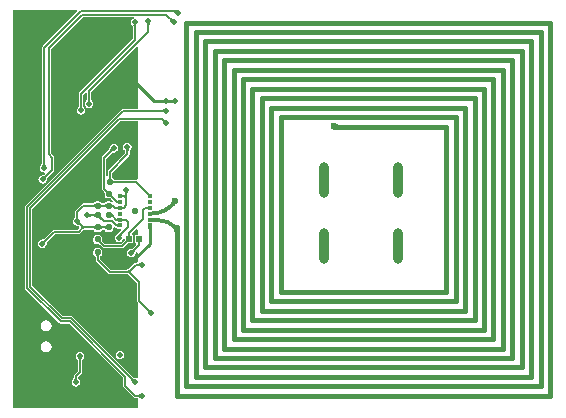
<source format=gbl>
G04*
G04 #@! TF.GenerationSoftware,Altium Limited,Altium Designer,20.0.13 (296)*
G04*
G04 Layer_Physical_Order=2*
G04 Layer_Color=16711680*
%FSLAX25Y25*%
%MOIN*%
G70*
G01*
G75*
%ADD11C,0.00600*%
%ADD15C,0.01000*%
G04:AMPARAMS|DCode=24|XSize=20mil|YSize=20mil|CornerRadius=5mil|HoleSize=0mil|Usage=FLASHONLY|Rotation=270.000|XOffset=0mil|YOffset=0mil|HoleType=Round|Shape=RoundedRectangle|*
%AMROUNDEDRECTD24*
21,1,0.02000,0.01000,0,0,270.0*
21,1,0.01000,0.02000,0,0,270.0*
1,1,0.01000,-0.00500,-0.00500*
1,1,0.01000,-0.00500,0.00500*
1,1,0.01000,0.00500,0.00500*
1,1,0.01000,0.00500,-0.00500*
%
%ADD24ROUNDEDRECTD24*%
G04:AMPARAMS|DCode=27|XSize=20mil|YSize=20mil|CornerRadius=5mil|HoleSize=0mil|Usage=FLASHONLY|Rotation=180.000|XOffset=0mil|YOffset=0mil|HoleType=Round|Shape=RoundedRectangle|*
%AMROUNDEDRECTD27*
21,1,0.02000,0.01000,0,0,180.0*
21,1,0.01000,0.02000,0,0,180.0*
1,1,0.01000,-0.00500,0.00500*
1,1,0.01000,0.00500,0.00500*
1,1,0.01000,0.00500,-0.00500*
1,1,0.01000,-0.00500,-0.00500*
%
%ADD27ROUNDEDRECTD27*%
%ADD45O,0.03150X0.11811*%
%ADD46C,0.01575*%
%ADD47C,0.01400*%
%ADD48C,0.02000*%
%ADD49C,0.02362*%
G04:AMPARAMS|DCode=50|XSize=16.54mil|YSize=13.78mil|CornerRadius=3.45mil|HoleSize=0mil|Usage=FLASHONLY|Rotation=0.000|XOffset=0mil|YOffset=0mil|HoleType=Round|Shape=RoundedRectangle|*
%AMROUNDEDRECTD50*
21,1,0.01654,0.00689,0,0,0.0*
21,1,0.00965,0.01378,0,0,0.0*
1,1,0.00689,0.00482,-0.00345*
1,1,0.00689,-0.00482,-0.00345*
1,1,0.00689,-0.00482,0.00345*
1,1,0.00689,0.00482,0.00345*
%
%ADD50ROUNDEDRECTD50*%
%ADD51R,0.01968X0.01968*%
G36*
X55542Y133487D02*
X54700Y132500D01*
X54695Y132576D01*
X54679Y132644D01*
X54654Y132704D01*
X54617Y132756D01*
X54571Y132800D01*
X54514Y132836D01*
X54447Y132864D01*
X54369Y132884D01*
X54282Y132896D01*
X54184Y132900D01*
X54386Y133500D01*
X55542Y133487D01*
D02*
G37*
G36*
X53479Y130685D02*
X53550Y130632D01*
X53625Y130585D01*
X53706Y130544D01*
X53791Y130509D01*
X53881Y130482D01*
X53976Y130460D01*
X54076Y130445D01*
X54180Y130437D01*
X54290Y130435D01*
X53300Y129445D01*
X53298Y129554D01*
X53289Y129659D01*
X53274Y129759D01*
X53253Y129854D01*
X53225Y129944D01*
X53191Y130029D01*
X53150Y130109D01*
X53103Y130185D01*
X53049Y130256D01*
X52989Y130321D01*
X53413Y130746D01*
X53479Y130685D01*
D02*
G37*
G36*
X46524Y129107D02*
X46456Y129027D01*
X46396Y128946D01*
X46344Y128863D01*
X46300Y128780D01*
X46264Y128695D01*
X46236Y128610D01*
X46216Y128523D01*
X46204Y128435D01*
X46200Y128346D01*
X45600D01*
X45596Y128435D01*
X45584Y128523D01*
X45564Y128610D01*
X45536Y128695D01*
X45500Y128780D01*
X45456Y128863D01*
X45404Y128946D01*
X45344Y129027D01*
X45276Y129107D01*
X45200Y129186D01*
X46600D01*
X46524Y129107D01*
D02*
G37*
G36*
X42024Y128641D02*
X41956Y128561D01*
X41896Y128480D01*
X41844Y128398D01*
X41800Y128314D01*
X41764Y128230D01*
X41736Y128144D01*
X41716Y128058D01*
X41704Y127970D01*
X41700Y127881D01*
X41100D01*
X41096Y127970D01*
X41084Y128058D01*
X41064Y128144D01*
X41036Y128230D01*
X41000Y128314D01*
X40956Y128398D01*
X40904Y128480D01*
X40844Y128561D01*
X40776Y128641D01*
X40700Y128720D01*
X42100D01*
X42024Y128641D01*
D02*
G37*
G36*
X26404Y103865D02*
X26416Y103777D01*
X26436Y103690D01*
X26464Y103605D01*
X26500Y103520D01*
X26544Y103437D01*
X26596Y103354D01*
X26656Y103273D01*
X26724Y103193D01*
X26800Y103114D01*
X25400D01*
X25476Y103193D01*
X25544Y103273D01*
X25604Y103354D01*
X25656Y103437D01*
X25700Y103520D01*
X25736Y103605D01*
X25764Y103690D01*
X25784Y103777D01*
X25796Y103865D01*
X25800Y103954D01*
X26400D01*
X26404Y103865D01*
D02*
G37*
G36*
X54086Y102400D02*
X54043Y102438D01*
X53993Y102472D01*
X53936Y102502D01*
X53872Y102528D01*
X53800Y102550D01*
X53721Y102568D01*
X53635Y102582D01*
X53542Y102592D01*
X53334Y102600D01*
Y103600D01*
X53442Y103602D01*
X53635Y103618D01*
X53721Y103632D01*
X53800Y103650D01*
X53872Y103672D01*
X53936Y103698D01*
X53993Y103728D01*
X54043Y103762D01*
X54086Y103800D01*
Y102400D01*
D02*
G37*
G36*
X52557Y103762D02*
X52607Y103728D01*
X52664Y103698D01*
X52728Y103672D01*
X52800Y103650D01*
X52879Y103632D01*
X52965Y103618D01*
X53058Y103608D01*
X53266Y103600D01*
Y102600D01*
X53158Y102598D01*
X52965Y102582D01*
X52879Y102568D01*
X52800Y102550D01*
X52728Y102528D01*
X52664Y102502D01*
X52607Y102472D01*
X52557Y102438D01*
X52514Y102400D01*
Y103800D01*
X52557Y103762D01*
D02*
G37*
G36*
X51086Y102400D02*
X51043Y102438D01*
X50993Y102472D01*
X50936Y102502D01*
X50871Y102528D01*
X50800Y102550D01*
X50721Y102568D01*
X50635Y102582D01*
X50542Y102592D01*
X50334Y102600D01*
Y103600D01*
X50442Y103602D01*
X50635Y103618D01*
X50721Y103632D01*
X50800Y103650D01*
X50871Y103672D01*
X50936Y103698D01*
X50993Y103728D01*
X51043Y103762D01*
X51086Y103800D01*
Y102400D01*
D02*
G37*
G36*
X23704Y101565D02*
X23716Y101477D01*
X23736Y101390D01*
X23764Y101305D01*
X23800Y101220D01*
X23844Y101137D01*
X23896Y101054D01*
X23956Y100973D01*
X24024Y100893D01*
X24100Y100814D01*
X22700D01*
X22776Y100893D01*
X22844Y100973D01*
X22904Y101054D01*
X22956Y101137D01*
X23000Y101220D01*
X23036Y101305D01*
X23064Y101390D01*
X23084Y101477D01*
X23096Y101565D01*
X23100Y101654D01*
X23700D01*
X23704Y101565D01*
D02*
G37*
G36*
X51086Y99300D02*
X51007Y99376D01*
X50927Y99444D01*
X50846Y99504D01*
X50763Y99556D01*
X50680Y99600D01*
X50595Y99636D01*
X50510Y99664D01*
X50423Y99684D01*
X50335Y99696D01*
X50246Y99700D01*
Y100300D01*
X50335Y100304D01*
X50423Y100316D01*
X50510Y100336D01*
X50595Y100364D01*
X50680Y100400D01*
X50763Y100444D01*
X50846Y100496D01*
X50927Y100556D01*
X51007Y100624D01*
X51086Y100700D01*
Y99300D01*
D02*
G37*
G36*
X50979Y97151D02*
X51050Y97097D01*
X51125Y97050D01*
X51206Y97009D01*
X51291Y96975D01*
X51381Y96947D01*
X51476Y96926D01*
X51576Y96911D01*
X51680Y96902D01*
X51790Y96900D01*
X50800Y95910D01*
X50798Y96020D01*
X50789Y96124D01*
X50774Y96224D01*
X50753Y96319D01*
X50725Y96409D01*
X50691Y96494D01*
X50650Y96575D01*
X50603Y96650D01*
X50549Y96721D01*
X50489Y96787D01*
X50913Y97211D01*
X50979Y97151D01*
D02*
G37*
G36*
X108503Y95594D02*
X108532Y95585D01*
X108574Y95577D01*
X108630Y95570D01*
X108876Y95556D01*
X109240Y95551D01*
X109155Y93976D01*
X108421Y93951D01*
X108487Y95603D01*
X108503Y95594D01*
D02*
G37*
G36*
X34219Y86503D02*
X34112Y86509D01*
X34009Y86506D01*
X33911Y86497D01*
X33817Y86480D01*
X33728Y86456D01*
X33643Y86424D01*
X33563Y86386D01*
X33487Y86340D01*
X33416Y86286D01*
X33350Y86225D01*
X32957Y86681D01*
X33016Y86746D01*
X33070Y86816D01*
X33118Y86891D01*
X33161Y86971D01*
X33198Y87056D01*
X33230Y87147D01*
X33256Y87243D01*
X33277Y87343D01*
X33292Y87450D01*
X33302Y87561D01*
X34219Y86503D01*
D02*
G37*
G36*
X39524Y87107D02*
X39456Y87027D01*
X39396Y86946D01*
X39344Y86863D01*
X39300Y86780D01*
X39264Y86695D01*
X39236Y86610D01*
X39216Y86523D01*
X39204Y86435D01*
X39200Y86346D01*
X38600D01*
X38596Y86435D01*
X38584Y86523D01*
X38564Y86610D01*
X38536Y86695D01*
X38500Y86780D01*
X38456Y86863D01*
X38404Y86946D01*
X38344Y87027D01*
X38276Y87107D01*
X38200Y87186D01*
X39600D01*
X39524Y87107D01*
D02*
G37*
G36*
X11402Y82365D02*
X11414Y82277D01*
X11434Y82190D01*
X11462Y82105D01*
X11498Y82020D01*
X11542Y81937D01*
X11594Y81854D01*
X11654Y81773D01*
X11722Y81693D01*
X11798Y81614D01*
X10398D01*
X10474Y81693D01*
X10542Y81773D01*
X10602Y81854D01*
X10654Y81937D01*
X10698Y82020D01*
X10734Y82105D01*
X10762Y82190D01*
X10782Y82277D01*
X10794Y82365D01*
X10798Y82454D01*
X11398D01*
X11402Y82365D01*
D02*
G37*
G36*
X33303Y77777D02*
X33312Y77670D01*
X33327Y77575D01*
X33348Y77493D01*
X33374Y77424D01*
X33407Y77367D01*
X33446Y77323D01*
X33490Y77291D01*
X33541Y77272D01*
X33598Y77266D01*
X32402D01*
X32459Y77272D01*
X32509Y77291D01*
X32554Y77323D01*
X32593Y77367D01*
X32626Y77424D01*
X32652Y77493D01*
X32673Y77575D01*
X32688Y77670D01*
X32697Y77777D01*
X32700Y77898D01*
X33300D01*
X33303Y77777D01*
D02*
G37*
G36*
X11911Y77987D02*
X11851Y77921D01*
X11797Y77850D01*
X11750Y77775D01*
X11709Y77694D01*
X11675Y77609D01*
X11647Y77519D01*
X11626Y77424D01*
X11611Y77324D01*
X11602Y77220D01*
X11600Y77110D01*
X10610Y78100D01*
X10720Y78102D01*
X10824Y78111D01*
X10924Y78126D01*
X11019Y78147D01*
X11109Y78175D01*
X11194Y78209D01*
X11275Y78250D01*
X11350Y78297D01*
X11421Y78351D01*
X11487Y78411D01*
X11911Y77987D01*
D02*
G37*
G36*
X42300Y77382D02*
X42271Y77331D01*
X41800Y77010D01*
X41782Y77014D01*
X34651D01*
X34608Y77033D01*
X34501Y77035D01*
X34422Y77042D01*
X34368Y77051D01*
X34348Y77151D01*
X34149Y77449D01*
X33851Y77648D01*
X33751Y77668D01*
X33742Y77722D01*
X33735Y77801D01*
X33733Y77908D01*
X33714Y77951D01*
Y79404D01*
X39405Y85095D01*
X39559Y85327D01*
X39614Y85600D01*
Y86286D01*
X39632Y86327D01*
X39636Y86396D01*
X39642Y86445D01*
X39654Y86494D01*
X39670Y86543D01*
X39691Y86594D01*
X39719Y86646D01*
X39754Y86701D01*
X39796Y86758D01*
X39845Y86816D01*
X39912Y86886D01*
X39920Y86907D01*
X40219Y87354D01*
X40327Y87900D01*
X40219Y88446D01*
X39909Y88909D01*
X39446Y89219D01*
X38900Y89327D01*
X38354Y89219D01*
X37891Y88909D01*
X37581Y88446D01*
X37473Y87900D01*
X37581Y87354D01*
X37880Y86907D01*
X37888Y86886D01*
X37955Y86816D01*
X38004Y86758D01*
X38046Y86701D01*
X38081Y86646D01*
X38109Y86594D01*
X38130Y86543D01*
X38146Y86494D01*
X38158Y86445D01*
X38164Y86396D01*
X38168Y86327D01*
X38186Y86286D01*
Y85896D01*
X32495Y80205D01*
X32341Y79973D01*
X32286Y79700D01*
Y78185D01*
X32264Y78155D01*
X32226Y78134D01*
X31726Y78433D01*
Y84017D01*
X33594Y85885D01*
X33632Y85897D01*
X33635Y85903D01*
X33641Y85905D01*
X33693Y85952D01*
X33731Y85981D01*
X33771Y86005D01*
X33813Y86026D01*
X33860Y86043D01*
X33912Y86057D01*
X33970Y86068D01*
X34035Y86074D01*
X34106Y86075D01*
X34198Y86071D01*
X34238Y86085D01*
X34300Y86073D01*
X34846Y86181D01*
X35309Y86491D01*
X35619Y86954D01*
X35727Y87500D01*
X35619Y88046D01*
X35309Y88509D01*
X34846Y88819D01*
X34300Y88927D01*
X33754Y88819D01*
X33291Y88509D01*
X32981Y88046D01*
X32906Y87665D01*
X32871Y87598D01*
X32862Y87499D01*
X32850Y87418D01*
X32835Y87343D01*
X32816Y87276D01*
X32795Y87215D01*
X32771Y87160D01*
X32745Y87110D01*
X32716Y87065D01*
X32685Y87025D01*
X32638Y86974D01*
X32623Y86932D01*
X30508Y84817D01*
X30353Y84585D01*
X30299Y84312D01*
Y74088D01*
X30353Y73815D01*
X30508Y73583D01*
X30957Y73133D01*
X30973Y73091D01*
X31181Y72867D01*
X31247Y72785D01*
X31282Y72734D01*
Y72551D01*
X31282Y72549D01*
X31282Y72547D01*
Y71900D01*
X31352Y71549D01*
X31551Y71251D01*
X31849Y71052D01*
X32200Y70982D01*
X32847D01*
X32849Y70982D01*
X32851Y70982D01*
X33035D01*
X33081Y70950D01*
X33273Y70787D01*
X33385Y70679D01*
X33429Y70661D01*
X34125Y69966D01*
X33806Y69577D01*
X33551Y69748D01*
X33200Y69818D01*
X32200D01*
X31849Y69748D01*
X31551Y69549D01*
X31352Y69251D01*
X31332Y69151D01*
X31278Y69142D01*
X31199Y69135D01*
X31092Y69133D01*
X31049Y69114D01*
X30651D01*
X30608Y69133D01*
X30501Y69135D01*
X30422Y69142D01*
X30368Y69151D01*
X30348Y69251D01*
X30149Y69549D01*
X29851Y69748D01*
X29500Y69818D01*
X28500D01*
X28149Y69748D01*
X27851Y69549D01*
X27652Y69251D01*
X27632Y69151D01*
X27578Y69142D01*
X27499Y69135D01*
X27392Y69133D01*
X27349Y69114D01*
X24200D01*
X23927Y69059D01*
X23695Y68905D01*
X21595Y66805D01*
X21441Y66573D01*
X21386Y66300D01*
Y64714D01*
X21368Y64673D01*
X21364Y64604D01*
X21358Y64555D01*
X21346Y64506D01*
X21330Y64457D01*
X21309Y64406D01*
X21281Y64354D01*
X21246Y64299D01*
X21204Y64242D01*
X21155Y64184D01*
X21088Y64114D01*
X21080Y64093D01*
X20781Y63646D01*
X20673Y63100D01*
X20781Y62554D01*
X21091Y62091D01*
X21554Y61781D01*
X22080Y61677D01*
X22102Y61667D01*
X22198Y61665D01*
X22274Y61659D01*
X22344Y61649D01*
X22407Y61634D01*
X22464Y61617D01*
X22515Y61596D01*
X22562Y61573D01*
X22604Y61546D01*
X22643Y61516D01*
X22695Y61470D01*
X22720Y61460D01*
X22767Y61398D01*
X22807Y61329D01*
X22816Y61275D01*
Y60850D01*
X22362Y60396D01*
X14482D01*
X14209Y60342D01*
X13978Y60187D01*
X11136Y57346D01*
X11095Y57331D01*
X11043Y57284D01*
X11004Y57254D01*
X10962Y57227D01*
X10915Y57204D01*
X10864Y57183D01*
X10807Y57166D01*
X10744Y57151D01*
X10674Y57141D01*
X10598Y57135D01*
X10502Y57133D01*
X10480Y57124D01*
X9954Y57019D01*
X9491Y56709D01*
X9181Y56246D01*
X9073Y55700D01*
X9181Y55154D01*
X9491Y54691D01*
X9954Y54381D01*
X10500Y54273D01*
X11046Y54381D01*
X11509Y54691D01*
X11819Y55154D01*
X11924Y55680D01*
X11933Y55702D01*
X11935Y55798D01*
X11941Y55875D01*
X11951Y55944D01*
X11966Y56007D01*
X11983Y56064D01*
X12004Y56115D01*
X12027Y56162D01*
X12054Y56204D01*
X12084Y56243D01*
X12130Y56295D01*
X12146Y56336D01*
X14778Y58969D01*
X22658D01*
X22931Y59023D01*
X23163Y59178D01*
X24040Y60055D01*
X24083Y60071D01*
X24157Y60141D01*
X24222Y60192D01*
X24287Y60237D01*
X24353Y60274D01*
X24422Y60306D01*
X24492Y60332D01*
X24566Y60352D01*
X24644Y60367D01*
X24725Y60376D01*
X24827Y60380D01*
X24869Y60399D01*
X27349D01*
X27392Y60379D01*
X27499Y60377D01*
X27578Y60370D01*
X27632Y60362D01*
X27652Y60261D01*
X27851Y59963D01*
X28149Y59764D01*
X28500Y59695D01*
X29500D01*
X29851Y59764D01*
X30149Y59963D01*
X30348Y60261D01*
X30365Y60349D01*
X30421Y60358D01*
X30501Y60365D01*
X30608Y60367D01*
X30651Y60386D01*
X31049D01*
X31092Y60367D01*
X31199Y60365D01*
X31278Y60358D01*
X31332Y60350D01*
X31352Y60249D01*
X31551Y59951D01*
X31849Y59752D01*
X32200Y59682D01*
X33200D01*
X33551Y59752D01*
X33849Y59951D01*
X34048Y60249D01*
X34118Y60600D01*
Y61082D01*
X34618Y61289D01*
X34632Y61274D01*
X34864Y61119D01*
X35041Y61084D01*
X35128Y61046D01*
X35248Y61043D01*
X35341Y61037D01*
X35414Y61027D01*
X35437Y61022D01*
X35518Y60901D01*
X35519Y60898D01*
X35520Y60898D01*
X35520Y60897D01*
X35553Y60875D01*
X35562Y60861D01*
X35584Y60855D01*
X35767Y60733D01*
X36057Y60675D01*
X36759D01*
X36966Y60175D01*
X36250Y59459D01*
X36208Y59444D01*
X36098Y59344D01*
X36052Y59307D01*
X35923Y59218D01*
X35862Y59180D01*
X35612Y59047D01*
X35522Y59005D01*
X35521Y59004D01*
X35520Y59004D01*
X35480Y58960D01*
X35105Y58709D01*
X34795Y58246D01*
X34687Y57700D01*
X34795Y57154D01*
X35105Y56691D01*
X35568Y56381D01*
X36114Y56273D01*
X36661Y56381D01*
X37124Y56691D01*
X37422Y57137D01*
X37524Y57159D01*
X37948Y57182D01*
X37995Y57076D01*
X38016Y57026D01*
Y56910D01*
X38010Y56901D01*
X37965Y56836D01*
X37801Y56641D01*
X37692Y56529D01*
X37674Y56484D01*
X36904Y55714D01*
X31396D01*
X30743Y56367D01*
X30727Y56409D01*
X30519Y56633D01*
X30453Y56715D01*
X30418Y56766D01*
Y56949D01*
X30419Y56951D01*
X30418Y56953D01*
Y57600D01*
X30348Y57951D01*
X30149Y58249D01*
X29851Y58448D01*
X29500Y58518D01*
X28500D01*
X28149Y58448D01*
X27851Y58249D01*
X27652Y57951D01*
X27582Y57600D01*
Y56600D01*
X27652Y56249D01*
X27851Y55951D01*
X28149Y55752D01*
X28500Y55682D01*
X29147D01*
X29149Y55682D01*
X29151Y55682D01*
X29335D01*
X29381Y55650D01*
X29573Y55487D01*
X29685Y55379D01*
X29729Y55361D01*
X30595Y54495D01*
X30827Y54341D01*
X31100Y54286D01*
X37200D01*
X37473Y54341D01*
X37705Y54495D01*
X38680Y55470D01*
X38722Y55486D01*
X38948Y55696D01*
X39031Y55762D01*
X39101Y55810D01*
X39110Y55816D01*
X39226D01*
X39276Y55795D01*
X39309Y55808D01*
X39344Y55800D01*
X39369Y55816D01*
X40784D01*
Y58584D01*
X40601D01*
X40394Y59084D01*
X41838Y60529D01*
X42300Y60337D01*
Y58584D01*
X41416D01*
Y55816D01*
X41699D01*
X41906Y55316D01*
X40836Y54246D01*
X40795Y54230D01*
X40743Y54184D01*
X40704Y54154D01*
X40662Y54127D01*
X40615Y54104D01*
X40564Y54083D01*
X40507Y54066D01*
X40444Y54051D01*
X40374Y54041D01*
X40298Y54035D01*
X40202Y54033D01*
X40180Y54023D01*
X39654Y53919D01*
X39191Y53609D01*
X38881Y53146D01*
X38773Y52600D01*
X38881Y52054D01*
X39191Y51591D01*
X39654Y51281D01*
X40200Y51173D01*
X40746Y51281D01*
X41209Y51591D01*
X41519Y52054D01*
X41623Y52580D01*
X41633Y52602D01*
X41635Y52698D01*
X41641Y52775D01*
X41645Y52801D01*
X41800Y52916D01*
X42024Y52863D01*
X42160Y52782D01*
X42300Y52611D01*
Y49436D01*
X42296Y49436D01*
X42227Y49433D01*
X42186Y49414D01*
X41700D01*
X41427Y49359D01*
X41195Y49205D01*
X39416Y47425D01*
X39373Y47409D01*
X39298Y47339D01*
X39234Y47288D01*
X39169Y47244D01*
X39102Y47206D01*
X39034Y47174D01*
X38963Y47148D01*
X38889Y47128D01*
X38812Y47113D01*
X38730Y47104D01*
X38628Y47100D01*
X38587Y47082D01*
X33328D01*
X29714Y50696D01*
Y51149D01*
X29733Y51192D01*
X29735Y51299D01*
X29742Y51378D01*
X29750Y51432D01*
X29851Y51452D01*
X30149Y51651D01*
X30348Y51949D01*
X30418Y52300D01*
Y53300D01*
X30348Y53651D01*
X30149Y53949D01*
X29851Y54148D01*
X29500Y54218D01*
X28500D01*
X28149Y54148D01*
X27851Y53949D01*
X27652Y53651D01*
X27582Y53300D01*
Y52300D01*
X27652Y51949D01*
X27851Y51651D01*
X28149Y51452D01*
X28249Y51432D01*
X28258Y51378D01*
X28264Y51299D01*
X28267Y51192D01*
X28286Y51149D01*
Y50400D01*
X28341Y50127D01*
X28495Y49895D01*
X32528Y45863D01*
X32759Y45708D01*
X33032Y45654D01*
X38587D01*
X38628Y45635D01*
X38730Y45632D01*
X38812Y45622D01*
X38889Y45608D01*
X38963Y45587D01*
X39034Y45561D01*
X39102Y45530D01*
X39169Y45492D01*
X39234Y45448D01*
X39298Y45396D01*
X39373Y45327D01*
X39416Y45311D01*
X42054Y42672D01*
Y36632D01*
X42108Y36359D01*
X42263Y36127D01*
X42300Y36091D01*
Y11080D01*
X41800Y10835D01*
X41354Y10924D01*
X41333Y10933D01*
X41237Y10935D01*
X41160Y10941D01*
X41090Y10951D01*
X41027Y10966D01*
X40971Y10983D01*
X40919Y11004D01*
X40873Y11027D01*
X40830Y11054D01*
X40791Y11084D01*
X40740Y11130D01*
X40698Y11146D01*
X20539Y31305D01*
X20308Y31459D01*
X20035Y31514D01*
X17310D01*
X7214Y41610D01*
Y67290D01*
X36410Y96486D01*
X42300D01*
Y77382D01*
D02*
G37*
G36*
X33972Y76841D02*
X33991Y76790D01*
X34023Y76746D01*
X34067Y76707D01*
X34124Y76674D01*
X34193Y76648D01*
X34275Y76627D01*
X34370Y76612D01*
X34477Y76603D01*
X34598Y76600D01*
Y76000D01*
X34477Y75997D01*
X34370Y75988D01*
X34275Y75973D01*
X34193Y75952D01*
X34124Y75926D01*
X34067Y75893D01*
X34023Y75854D01*
X33991Y75810D01*
X33972Y75759D01*
X33966Y75702D01*
Y76898D01*
X33972Y76841D01*
D02*
G37*
G36*
X31836Y73692D02*
X32055Y73507D01*
X32151Y73439D01*
X32239Y73388D01*
X32318Y73355D01*
X32389Y73337D01*
X32452Y73337D01*
X32506Y73353D01*
X32551Y73386D01*
X31714Y72549D01*
X31747Y72594D01*
X31763Y72649D01*
X31763Y72711D01*
X31745Y72782D01*
X31712Y72861D01*
X31661Y72949D01*
X31593Y73045D01*
X31509Y73150D01*
X31290Y73385D01*
X31715Y73810D01*
X31836Y73692D01*
D02*
G37*
G36*
X39124Y72907D02*
X39056Y72827D01*
X38996Y72746D01*
X38944Y72663D01*
X38900Y72580D01*
X38864Y72495D01*
X38836Y72410D01*
X38816Y72323D01*
X38804Y72235D01*
X38800Y72146D01*
X38200D01*
X38196Y72235D01*
X38184Y72323D01*
X38164Y72410D01*
X38136Y72495D01*
X38100Y72580D01*
X38056Y72663D01*
X38004Y72746D01*
X37944Y72827D01*
X37876Y72907D01*
X37800Y72986D01*
X39200D01*
X39124Y72907D01*
D02*
G37*
G36*
X38800Y70800D02*
X38200Y70076D01*
X38196Y70194D01*
X38183Y70309D01*
X38162Y70420D01*
X38132Y70528D01*
X38094Y70632D01*
X38047Y70732D01*
X37992Y70830D01*
X37929Y70923D01*
X37856Y71013D01*
X37776Y71100D01*
X37891Y71833D01*
X37950Y71781D01*
X38002Y71746D01*
X38048Y71730D01*
X38089Y71732D01*
X38123Y71751D01*
X38151Y71790D01*
X38172Y71846D01*
X38188Y71921D01*
X38197Y72013D01*
X38200Y72124D01*
X38800Y70800D01*
D02*
G37*
G36*
X45895Y72615D02*
X46109Y72434D01*
X46205Y72367D01*
X46294Y72316D01*
X46375Y72280D01*
X46448Y72260D01*
X46515Y72255D01*
X46574Y72266D01*
X46626Y72293D01*
X45651Y71594D01*
X45690Y71633D01*
X45711Y71683D01*
X45714Y71742D01*
X45698Y71811D01*
X45665Y71890D01*
X45613Y71979D01*
X45543Y72078D01*
X45455Y72187D01*
X45224Y72434D01*
X45777Y72729D01*
X45895Y72615D01*
D02*
G37*
G36*
X37352Y71936D02*
X37362Y71933D01*
X37378Y71930D01*
X37402Y71928D01*
X37510Y71923D01*
X37679Y71921D01*
Y71321D01*
X37349Y71303D01*
Y71939D01*
X37352Y71936D01*
D02*
G37*
G36*
X33653Y72206D02*
X33637Y72151D01*
X33637Y72089D01*
X33654Y72018D01*
X33689Y71939D01*
X33739Y71851D01*
X33807Y71755D01*
X33891Y71650D01*
X34110Y71415D01*
X33685Y70990D01*
X33564Y71108D01*
X33345Y71293D01*
X33249Y71361D01*
X33161Y71412D01*
X33082Y71446D01*
X33011Y71463D01*
X32948Y71463D01*
X32895Y71447D01*
X32849Y71414D01*
X33686Y72251D01*
X33653Y72206D01*
D02*
G37*
G36*
X54989Y68725D02*
X54966Y68717D01*
X54934Y68699D01*
X54895Y68671D01*
X54846Y68633D01*
X54652Y68458D01*
X54382Y68192D01*
X53198Y68992D01*
X53290Y69082D01*
X53442Y69249D01*
X53502Y69325D01*
X53552Y69397D01*
X53591Y69464D01*
X53620Y69526D01*
X53638Y69584D01*
X53645Y69637D01*
X53643Y69686D01*
X54989Y68725D01*
D02*
G37*
G36*
X33690Y68783D02*
X33702Y68766D01*
X33723Y68750D01*
X33752Y68737D01*
X33789Y68726D01*
X33835Y68716D01*
X33889Y68709D01*
X34021Y68701D01*
X34100Y68700D01*
Y68100D01*
X34021Y68099D01*
X33835Y68084D01*
X33789Y68074D01*
X33752Y68063D01*
X33723Y68050D01*
X33702Y68034D01*
X33690Y68017D01*
X33686Y67998D01*
Y68802D01*
X33690Y68783D01*
D02*
G37*
G36*
X31734Y67802D02*
X31728Y67859D01*
X31709Y67909D01*
X31677Y67954D01*
X31633Y67993D01*
X31576Y68026D01*
X31507Y68052D01*
X31425Y68073D01*
X31330Y68088D01*
X31223Y68097D01*
X31102Y68100D01*
Y68700D01*
X31223Y68703D01*
X31330Y68712D01*
X31425Y68727D01*
X31507Y68748D01*
X31576Y68774D01*
X31633Y68807D01*
X31677Y68846D01*
X31709Y68891D01*
X31728Y68941D01*
X31734Y68998D01*
Y67802D01*
D02*
G37*
G36*
X29972Y68941D02*
X29991Y68891D01*
X30023Y68846D01*
X30067Y68807D01*
X30124Y68774D01*
X30193Y68748D01*
X30275Y68727D01*
X30370Y68712D01*
X30477Y68703D01*
X30598Y68700D01*
Y68100D01*
X30477Y68097D01*
X30370Y68088D01*
X30275Y68073D01*
X30193Y68052D01*
X30124Y68026D01*
X30067Y67993D01*
X30023Y67954D01*
X29991Y67909D01*
X29972Y67859D01*
X29966Y67802D01*
Y68998D01*
X29972Y68941D01*
D02*
G37*
G36*
X28034Y67802D02*
X28028Y67859D01*
X28009Y67909D01*
X27977Y67954D01*
X27933Y67993D01*
X27876Y68026D01*
X27807Y68052D01*
X27725Y68073D01*
X27630Y68088D01*
X27523Y68097D01*
X27402Y68100D01*
Y68700D01*
X27523Y68703D01*
X27630Y68712D01*
X27725Y68727D01*
X27807Y68748D01*
X27876Y68774D01*
X27933Y68807D01*
X27977Y68846D01*
X28009Y68891D01*
X28028Y68941D01*
X28034Y68998D01*
Y67802D01*
D02*
G37*
G36*
X37352Y68003D02*
X37362Y67999D01*
X37379Y67996D01*
X37402Y67993D01*
X37470Y67988D01*
X37684Y67984D01*
Y67384D01*
X37620Y67384D01*
X37362Y67369D01*
X37352Y67365D01*
X37349Y67361D01*
Y68008D01*
X37352Y68003D01*
D02*
G37*
G36*
X45739Y67100D02*
X45698Y67154D01*
X45650Y67202D01*
X45596Y67245D01*
X45536Y67282D01*
X45469Y67313D01*
X45396Y67339D01*
X45316Y67359D01*
X45230Y67373D01*
X45138Y67381D01*
X45039Y67384D01*
Y67984D01*
X45138Y67987D01*
X45230Y67996D01*
X45316Y68010D01*
X45396Y68030D01*
X45469Y68055D01*
X45536Y68087D01*
X45596Y68124D01*
X45650Y68166D01*
X45698Y68214D01*
X45739Y68268D01*
Y67100D01*
D02*
G37*
G36*
X35817D02*
X35776Y67154D01*
X35729Y67202D01*
X35675Y67245D01*
X35614Y67282D01*
X35548Y67313D01*
X35475Y67339D01*
X35395Y67359D01*
X35309Y67373D01*
X35217Y67381D01*
X35118Y67384D01*
Y67984D01*
X35217Y67987D01*
X35309Y67996D01*
X35395Y68010D01*
X35475Y68030D01*
X35548Y68055D01*
X35614Y68087D01*
X35675Y68124D01*
X35729Y68166D01*
X35776Y68214D01*
X35817Y68268D01*
Y67100D01*
D02*
G37*
G36*
X28034Y64515D02*
X28028Y64571D01*
X28009Y64622D01*
X27977Y64666D01*
X27933Y64705D01*
X27876Y64738D01*
X27807Y64765D01*
X27725Y64785D01*
X27630Y64800D01*
X27523Y64809D01*
X27402Y64812D01*
Y65412D01*
X27523Y65415D01*
X27630Y65424D01*
X27725Y65439D01*
X27807Y65460D01*
X27876Y65487D01*
X27933Y65519D01*
X27977Y65558D01*
X28009Y65603D01*
X28028Y65653D01*
X28034Y65710D01*
Y64515D01*
D02*
G37*
G36*
X26205Y65736D02*
X26285Y65668D01*
X26367Y65608D01*
X26449Y65556D01*
X26532Y65512D01*
X26617Y65476D01*
X26703Y65448D01*
X26789Y65428D01*
X26877Y65416D01*
X26966Y65412D01*
Y64812D01*
X26877Y64808D01*
X26789Y64796D01*
X26703Y64776D01*
X26617Y64748D01*
X26532Y64712D01*
X26449Y64668D01*
X26367Y64616D01*
X26285Y64556D01*
X26205Y64488D01*
X26126Y64412D01*
Y65812D01*
X26205Y65736D01*
D02*
G37*
G36*
X22404Y64565D02*
X22416Y64477D01*
X22436Y64390D01*
X22464Y64305D01*
X22500Y64220D01*
X22544Y64137D01*
X22596Y64054D01*
X22656Y63973D01*
X22724Y63893D01*
X22800Y63814D01*
X21400D01*
X21476Y63893D01*
X21544Y63973D01*
X21604Y64054D01*
X21656Y64137D01*
X21700Y64220D01*
X21736Y64305D01*
X21764Y64390D01*
X21784Y64477D01*
X21796Y64565D01*
X21800Y64654D01*
X22400D01*
X22404Y64565D01*
D02*
G37*
G36*
X29953Y64918D02*
X29937Y64864D01*
X29937Y64801D01*
X29954Y64731D01*
X29989Y64651D01*
X30039Y64563D01*
X30107Y64467D01*
X30191Y64362D01*
X30410Y64127D01*
X29985Y63703D01*
X29864Y63820D01*
X29645Y64006D01*
X29549Y64073D01*
X29461Y64124D01*
X29382Y64158D01*
X29311Y64175D01*
X29248Y64176D01*
X29195Y64160D01*
X29149Y64127D01*
X29986Y64963D01*
X29953Y64918D01*
D02*
G37*
G36*
X37303Y64277D02*
X37350Y64229D01*
X37404Y64187D01*
X37464Y64149D01*
X37531Y64118D01*
X37604Y64093D01*
X37684Y64073D01*
X37770Y64059D01*
X37862Y64050D01*
X37961Y64047D01*
Y63447D01*
X37862Y63444D01*
X37770Y63436D01*
X37684Y63422D01*
X37604Y63402D01*
X37531Y63376D01*
X37464Y63345D01*
X37404Y63308D01*
X37350Y63265D01*
X37303Y63217D01*
X37261Y63163D01*
Y64331D01*
X37303Y64277D01*
D02*
G37*
G36*
X35817Y63163D02*
X35776Y63217D01*
X35729Y63265D01*
X35675Y63308D01*
X35614Y63345D01*
X35548Y63376D01*
X35475Y63402D01*
X35395Y63422D01*
X35309Y63436D01*
X35217Y63444D01*
X35118Y63447D01*
Y64047D01*
X35217Y64050D01*
X35309Y64059D01*
X35395Y64073D01*
X35475Y64093D01*
X35548Y64118D01*
X35614Y64149D01*
X35675Y64187D01*
X35729Y64229D01*
X35776Y64277D01*
X35817Y64331D01*
Y63163D01*
D02*
G37*
G36*
X23102Y62980D02*
X23111Y62876D01*
X23126Y62776D01*
X23147Y62681D01*
X23175Y62591D01*
X23209Y62506D01*
X23250Y62425D01*
X23297Y62350D01*
X23351Y62279D01*
X23411Y62213D01*
X22987Y61789D01*
X22921Y61849D01*
X22850Y61903D01*
X22775Y61950D01*
X22694Y61991D01*
X22609Y62025D01*
X22519Y62053D01*
X22424Y62074D01*
X22324Y62089D01*
X22220Y62098D01*
X22110Y62100D01*
X23100Y63090D01*
X23102Y62980D01*
D02*
G37*
G36*
X35825Y61204D02*
X35818Y61256D01*
X35798Y61303D01*
X35763Y61344D01*
X35715Y61380D01*
X35653Y61410D01*
X35577Y61435D01*
X35488Y61454D01*
X35385Y61468D01*
X35268Y61476D01*
X35137Y61479D01*
Y62079D01*
X35268Y62081D01*
X35488Y62103D01*
X35577Y62123D01*
X35653Y62147D01*
X35715Y62177D01*
X35763Y62213D01*
X35798Y62254D01*
X35818Y62301D01*
X35825Y62353D01*
Y61204D01*
D02*
G37*
G36*
X54713Y62321D02*
X55194Y62019D01*
X55242Y61999D01*
X55281Y61988D01*
X55311Y61985D01*
X54211Y60751D01*
X54203Y60797D01*
X54185Y60847D01*
X54156Y60899D01*
X54116Y60955D01*
X54066Y61014D01*
X54005Y61077D01*
X53932Y61142D01*
X53756Y61283D01*
X53652Y61359D01*
X54601Y62401D01*
X54713Y62321D01*
D02*
G37*
G36*
X28034Y60515D02*
X28028Y60571D01*
X28009Y60622D01*
X27977Y60666D01*
X27933Y60705D01*
X27876Y60738D01*
X27807Y60765D01*
X27725Y60786D01*
X27630Y60800D01*
X27523Y60809D01*
X27402Y60812D01*
Y61412D01*
X27523Y61415D01*
X27630Y61424D01*
X27725Y61439D01*
X27807Y61460D01*
X27876Y61487D01*
X27933Y61519D01*
X27977Y61558D01*
X28009Y61603D01*
X28028Y61653D01*
X28034Y61710D01*
Y60515D01*
D02*
G37*
G36*
X31734Y60502D02*
X31728Y60559D01*
X31709Y60610D01*
X31677Y60654D01*
X31633Y60693D01*
X31576Y60726D01*
X31507Y60752D01*
X31425Y60773D01*
X31330Y60788D01*
X31223Y60797D01*
X31102Y60800D01*
Y61400D01*
X31223Y61403D01*
X31330Y61412D01*
X31425Y61427D01*
X31507Y61448D01*
X31576Y61474D01*
X31633Y61507D01*
X31677Y61546D01*
X31709Y61590D01*
X31728Y61641D01*
X31734Y61698D01*
Y60502D01*
D02*
G37*
G36*
X29974Y61641D02*
X29993Y61590D01*
X30024Y61546D01*
X30068Y61507D01*
X30125Y61474D01*
X30194Y61448D01*
X30276Y61427D01*
X30371Y61412D01*
X30478Y61403D01*
X30598Y61400D01*
Y60800D01*
X30477Y60797D01*
X30370Y60788D01*
X30275Y60773D01*
X30192Y60752D01*
X30123Y60726D01*
X30066Y60693D01*
X30021Y60654D01*
X29989Y60610D01*
X29970Y60559D01*
X29963Y60502D01*
X29968Y61698D01*
X29974Y61641D01*
D02*
G37*
G36*
X23874Y61756D02*
X23965Y61684D01*
X24058Y61620D01*
X24155Y61565D01*
X24256Y61518D01*
X24360Y61480D01*
X24468Y61450D01*
X24579Y61429D01*
X24694Y61417D01*
X24812Y61412D01*
Y60812D01*
X24694Y60808D01*
X24579Y60795D01*
X24468Y60774D01*
X24360Y60744D01*
X24256Y60706D01*
X24155Y60659D01*
X24058Y60604D01*
X23965Y60541D01*
X23874Y60469D01*
X23788Y60388D01*
X23239Y60688D01*
X23316Y60773D01*
X23375Y60858D01*
X23417Y60943D01*
X23443Y61027D01*
X23451Y61112D01*
X23443Y61197D01*
X23417Y61282D01*
X23375Y61367D01*
X23316Y61452D01*
X23239Y61537D01*
X23788Y61836D01*
X23874Y61756D01*
D02*
G37*
G36*
X47200Y61213D02*
X47150Y61115D01*
X47105Y61010D01*
X47067Y60899D01*
X47034Y60782D01*
X47008Y60658D01*
X46987Y60528D01*
X46964Y60248D01*
X46961Y60099D01*
X45961D01*
X45958Y60248D01*
X45934Y60528D01*
X45913Y60658D01*
X45887Y60782D01*
X45854Y60899D01*
X45816Y61010D01*
X45772Y61115D01*
X45721Y61213D01*
X45665Y61304D01*
X47256D01*
X47200Y61213D01*
D02*
G37*
G36*
X56210Y59949D02*
X56203Y59921D01*
X56197Y59880D01*
X56188Y59758D01*
X56178Y59353D01*
X56178Y59218D01*
X54603D01*
X54564Y59964D01*
X56217D01*
X56210Y59949D01*
D02*
G37*
G36*
X39703Y58656D02*
X39712Y58552D01*
X39727Y58460D01*
X39748Y58381D01*
X39775Y58313D01*
X39808Y58258D01*
X39847Y58215D01*
X39892Y58185D01*
X39943Y58166D01*
X40000Y58160D01*
X38800D01*
X38857Y58166D01*
X38908Y58185D01*
X38953Y58215D01*
X38992Y58258D01*
X39025Y58313D01*
X39052Y58381D01*
X39073Y58460D01*
X39088Y58552D01*
X39097Y58656D01*
X39100Y58772D01*
X39700D01*
X39703Y58656D01*
D02*
G37*
G36*
X37144Y58920D02*
X37080Y58850D01*
X37028Y58778D01*
X36987Y58705D01*
X36957Y58629D01*
X36938Y58553D01*
X36930Y58474D01*
X36933Y58394D01*
X36948Y58312D01*
X36974Y58228D01*
X37011Y58143D01*
X35705Y58612D01*
X35805Y58659D01*
X36079Y58805D01*
X36160Y58855D01*
X36310Y58960D01*
X36378Y59013D01*
X36499Y59123D01*
X37144Y58920D01*
D02*
G37*
G36*
X39276Y56228D02*
X39230Y56262D01*
X39175Y56279D01*
X39111D01*
X39039Y56262D01*
X38958Y56228D01*
X38869Y56177D01*
X38771Y56109D01*
X38665Y56024D01*
X38428Y55804D01*
X38004Y56228D01*
X38122Y56351D01*
X38309Y56571D01*
X38377Y56669D01*
X38428Y56758D01*
X38462Y56839D01*
X38479Y56911D01*
Y56975D01*
X38462Y57030D01*
X38428Y57076D01*
X39276Y56228D01*
D02*
G37*
G36*
X11811Y56587D02*
X11751Y56521D01*
X11697Y56450D01*
X11650Y56375D01*
X11609Y56294D01*
X11575Y56209D01*
X11547Y56119D01*
X11526Y56024D01*
X11511Y55924D01*
X11502Y55820D01*
X11500Y55710D01*
X10510Y56700D01*
X10620Y56702D01*
X10724Y56711D01*
X10824Y56726D01*
X10919Y56747D01*
X11009Y56775D01*
X11094Y56809D01*
X11175Y56850D01*
X11250Y56897D01*
X11321Y56951D01*
X11387Y57011D01*
X11811Y56587D01*
D02*
G37*
G36*
X29953Y56906D02*
X29937Y56852D01*
X29937Y56789D01*
X29954Y56718D01*
X29989Y56639D01*
X30039Y56551D01*
X30107Y56455D01*
X30191Y56350D01*
X30410Y56115D01*
X29985Y55690D01*
X29864Y55808D01*
X29645Y55993D01*
X29549Y56061D01*
X29461Y56112D01*
X29382Y56146D01*
X29311Y56163D01*
X29248Y56163D01*
X29195Y56147D01*
X29149Y56114D01*
X29986Y56951D01*
X29953Y56906D01*
D02*
G37*
G36*
X43343Y56222D02*
X43292Y56204D01*
X43247Y56174D01*
X43208Y56132D01*
X43175Y56078D01*
X43148Y56012D01*
X43127Y55934D01*
X43112Y55844D01*
X43103Y55742D01*
X43100Y55628D01*
X42500D01*
X42497Y55742D01*
X42488Y55844D01*
X42473Y55934D01*
X42452Y56012D01*
X42425Y56078D01*
X42392Y56132D01*
X42353Y56174D01*
X42308Y56204D01*
X42257Y56222D01*
X42200Y56228D01*
X43400D01*
X43343Y56222D01*
D02*
G37*
G36*
X41511Y53487D02*
X41451Y53421D01*
X41397Y53350D01*
X41350Y53275D01*
X41309Y53194D01*
X41275Y53109D01*
X41247Y53019D01*
X41226Y52924D01*
X41211Y52824D01*
X41202Y52720D01*
X41200Y52610D01*
X40210Y53600D01*
X40320Y53602D01*
X40424Y53611D01*
X40524Y53626D01*
X40619Y53647D01*
X40709Y53675D01*
X40794Y53709D01*
X40875Y53750D01*
X40950Y53797D01*
X41021Y53851D01*
X41087Y53911D01*
X41511Y53487D01*
D02*
G37*
G36*
X29541Y51828D02*
X29491Y51809D01*
X29446Y51777D01*
X29407Y51733D01*
X29374Y51676D01*
X29348Y51607D01*
X29327Y51525D01*
X29312Y51430D01*
X29303Y51323D01*
X29300Y51202D01*
X28700D01*
X28697Y51323D01*
X28688Y51430D01*
X28673Y51525D01*
X28652Y51607D01*
X28626Y51676D01*
X28593Y51733D01*
X28554Y51777D01*
X28510Y51809D01*
X28459Y51828D01*
X28402Y51834D01*
X29598D01*
X29541Y51828D01*
D02*
G37*
G36*
X43086Y48000D02*
X43007Y48076D01*
X42927Y48144D01*
X42846Y48204D01*
X42763Y48256D01*
X42680Y48300D01*
X42595Y48336D01*
X42510Y48364D01*
X42423Y48384D01*
X42335Y48396D01*
X42246Y48400D01*
Y49000D01*
X42335Y49004D01*
X42423Y49016D01*
X42510Y49036D01*
X42595Y49064D01*
X42680Y49100D01*
X42763Y49144D01*
X42846Y49196D01*
X42927Y49256D01*
X43007Y49324D01*
X43086Y49400D01*
Y48000D01*
D02*
G37*
G36*
X40216Y46792D02*
X40140Y46707D01*
X40081Y46622D01*
X40038Y46538D01*
X40013Y46453D01*
X40004Y46368D01*
X40013Y46283D01*
X40038Y46198D01*
X40081Y46113D01*
X40140Y46028D01*
X40216Y45943D01*
X39668Y45643D01*
X39581Y45724D01*
X39491Y45796D01*
X39397Y45860D01*
X39300Y45915D01*
X39200Y45962D01*
X39095Y46000D01*
X38988Y46030D01*
X38877Y46051D01*
X38762Y46064D01*
X38644Y46068D01*
Y46668D01*
X38762Y46672D01*
X38877Y46685D01*
X38988Y46706D01*
X39095Y46736D01*
X39200Y46774D01*
X39300Y46821D01*
X39397Y46876D01*
X39491Y46939D01*
X39581Y47012D01*
X39668Y47092D01*
X40216Y46792D01*
D02*
G37*
G36*
X45979Y33851D02*
X46050Y33797D01*
X46125Y33750D01*
X46206Y33709D01*
X46291Y33675D01*
X46381Y33647D01*
X46476Y33626D01*
X46576Y33611D01*
X46680Y33602D01*
X46790Y33600D01*
X45800Y32610D01*
X45798Y32720D01*
X45789Y32824D01*
X45774Y32924D01*
X45753Y33019D01*
X45725Y33109D01*
X45691Y33194D01*
X45650Y33275D01*
X45603Y33350D01*
X45549Y33421D01*
X45489Y33487D01*
X45913Y33911D01*
X45979Y33851D01*
D02*
G37*
G36*
X40514Y10751D02*
X40584Y10697D01*
X40660Y10650D01*
X40740Y10609D01*
X40825Y10575D01*
X40916Y10547D01*
X41010Y10526D01*
X41110Y10511D01*
X41215Y10502D01*
X41325Y10500D01*
X40335Y9510D01*
X40333Y9620D01*
X40324Y9724D01*
X40309Y9824D01*
X40288Y9919D01*
X40260Y10009D01*
X40225Y10094D01*
X40185Y10175D01*
X40137Y10250D01*
X40084Y10321D01*
X40024Y10387D01*
X40448Y10811D01*
X40514Y10751D01*
D02*
G37*
G36*
X43046Y4260D02*
X42967Y4336D01*
X42887Y4404D01*
X42805Y4464D01*
X42723Y4516D01*
X42640Y4560D01*
X42555Y4596D01*
X42469Y4624D01*
X42383Y4644D01*
X42295Y4656D01*
X42206Y4660D01*
Y5260D01*
X42295Y5264D01*
X42383Y5276D01*
X42469Y5296D01*
X42555Y5324D01*
X42640Y5360D01*
X42723Y5404D01*
X42805Y5456D01*
X42887Y5516D01*
X42967Y5584D01*
X43046Y5660D01*
Y4260D01*
D02*
G37*
G36*
X22246Y133120D02*
X10593Y121468D01*
X10438Y121236D01*
X10384Y120963D01*
Y82514D01*
X10365Y82473D01*
X10362Y82404D01*
X10355Y82355D01*
X10344Y82306D01*
X10328Y82257D01*
X10306Y82206D01*
X10279Y82154D01*
X10244Y82099D01*
X10202Y82042D01*
X10153Y81984D01*
X10086Y81914D01*
X10077Y81893D01*
X9779Y81446D01*
X9670Y80900D01*
X9779Y80354D01*
X10088Y79891D01*
X10551Y79581D01*
X11098Y79473D01*
X11132Y79479D01*
X11392Y79021D01*
X11201Y78733D01*
X11195Y78730D01*
X11143Y78684D01*
X11104Y78654D01*
X11062Y78627D01*
X11015Y78604D01*
X10964Y78583D01*
X10907Y78566D01*
X10844Y78551D01*
X10774Y78541D01*
X10698Y78535D01*
X10602Y78533D01*
X10580Y78523D01*
X10054Y78419D01*
X9591Y78109D01*
X9281Y77646D01*
X9173Y77100D01*
X9281Y76554D01*
X9591Y76091D01*
X10054Y75781D01*
X10600Y75673D01*
X11146Y75781D01*
X11609Y76091D01*
X11919Y76554D01*
X12024Y77080D01*
X12033Y77102D01*
X12035Y77198D01*
X12041Y77275D01*
X12051Y77344D01*
X12066Y77407D01*
X12083Y77464D01*
X12104Y77515D01*
X12127Y77562D01*
X12154Y77604D01*
X12184Y77643D01*
X12230Y77695D01*
X12246Y77736D01*
X14305Y79795D01*
X14459Y80027D01*
X14514Y80300D01*
Y84400D01*
X14459Y84673D01*
X14305Y84905D01*
X13314Y85896D01*
Y120604D01*
X23996Y131286D01*
X40970D01*
X41019Y130786D01*
X40854Y130753D01*
X40391Y130444D01*
X40081Y129981D01*
X39973Y129435D01*
X40081Y128888D01*
X40380Y128442D01*
X40388Y128420D01*
X40455Y128351D01*
X40505Y128292D01*
X40546Y128236D01*
X40581Y128181D01*
X40609Y128129D01*
X40630Y128078D01*
X40646Y128028D01*
X40658Y127979D01*
X40664Y127931D01*
X40668Y127861D01*
X40686Y127821D01*
Y123896D01*
X22895Y106105D01*
X22741Y105873D01*
X22686Y105600D01*
Y101714D01*
X22668Y101673D01*
X22664Y101604D01*
X22658Y101555D01*
X22646Y101506D01*
X22630Y101457D01*
X22609Y101406D01*
X22581Y101354D01*
X22546Y101299D01*
X22504Y101242D01*
X22455Y101184D01*
X22388Y101114D01*
X22380Y101093D01*
X22081Y100646D01*
X21973Y100100D01*
X22081Y99554D01*
X22391Y99091D01*
X22854Y98781D01*
X23400Y98673D01*
X23946Y98781D01*
X24409Y99091D01*
X24719Y99554D01*
X24827Y100100D01*
X24719Y100646D01*
X24420Y101093D01*
X24412Y101114D01*
X24345Y101184D01*
X24296Y101242D01*
X24254Y101299D01*
X24219Y101354D01*
X24191Y101406D01*
X24170Y101457D01*
X24154Y101506D01*
X24142Y101555D01*
X24136Y101604D01*
X24133Y101673D01*
X24114Y101714D01*
Y105304D01*
X24924Y106115D01*
X25386Y105924D01*
Y104014D01*
X25368Y103973D01*
X25364Y103904D01*
X25358Y103855D01*
X25346Y103806D01*
X25330Y103757D01*
X25309Y103706D01*
X25281Y103654D01*
X25246Y103599D01*
X25205Y103542D01*
X25155Y103484D01*
X25088Y103414D01*
X25080Y103393D01*
X24781Y102946D01*
X24673Y102400D01*
X24781Y101854D01*
X25091Y101391D01*
X25554Y101081D01*
X26100Y100973D01*
X26646Y101081D01*
X27109Y101391D01*
X27419Y101854D01*
X27527Y102400D01*
X27419Y102946D01*
X27120Y103393D01*
X27112Y103414D01*
X27045Y103484D01*
X26996Y103542D01*
X26954Y103599D01*
X26919Y103654D01*
X26891Y103706D01*
X26870Y103757D01*
X26854Y103806D01*
X26842Y103855D01*
X26836Y103904D01*
X26833Y103973D01*
X26814Y104014D01*
Y106304D01*
X41838Y121329D01*
X42300Y121137D01*
Y100714D01*
X37500D01*
X37227Y100659D01*
X36995Y100505D01*
X4995Y68505D01*
X4841Y68273D01*
X4786Y68000D01*
Y40900D01*
X4841Y40627D01*
X4995Y40395D01*
X16095Y29295D01*
X16327Y29141D01*
X16600Y29086D01*
X19325D01*
X37286Y11125D01*
Y8400D01*
X37341Y8127D01*
X37495Y7895D01*
X40936Y4455D01*
X41167Y4301D01*
X41440Y4246D01*
X42146D01*
X42186Y4227D01*
X42256Y4224D01*
X42300Y4218D01*
Y918D01*
X918D01*
Y133582D01*
X22054D01*
X22246Y133120D01*
D02*
G37*
%LPC*%
G36*
X36364Y20027D02*
X35818Y19919D01*
X35354Y19609D01*
X35045Y19146D01*
X34936Y18600D01*
X35045Y18054D01*
X35354Y17591D01*
X35818Y17281D01*
X36364Y17173D01*
X36910Y17281D01*
X37373Y17591D01*
X37683Y18054D01*
X37791Y18600D01*
X37683Y19146D01*
X37373Y19609D01*
X36910Y19919D01*
X36364Y20027D01*
D02*
G37*
G36*
X11800Y30235D02*
X11098Y30096D01*
X10502Y29698D01*
X10104Y29102D01*
X9965Y28400D01*
X10104Y27698D01*
X10502Y27102D01*
X11098Y26704D01*
X11800Y26565D01*
X12502Y26704D01*
X13098Y27102D01*
X13496Y27698D01*
X13635Y28400D01*
X13496Y29102D01*
X13098Y29698D01*
X12502Y30096D01*
X11800Y30235D01*
D02*
G37*
G36*
Y23235D02*
X11098Y23096D01*
X10502Y22698D01*
X10104Y22102D01*
X9965Y21400D01*
X10104Y20698D01*
X10502Y20102D01*
X11098Y19704D01*
X11800Y19565D01*
X12502Y19704D01*
X13098Y20102D01*
X13496Y20698D01*
X13635Y21400D01*
X13496Y22102D01*
X13098Y22698D01*
X12502Y23096D01*
X11800Y23235D01*
D02*
G37*
G36*
X23100Y19627D02*
X22554Y19519D01*
X22091Y19209D01*
X21781Y18746D01*
X21673Y18200D01*
X21781Y17654D01*
X22080Y17207D01*
X22088Y17186D01*
X22155Y17116D01*
X22204Y17058D01*
X22246Y17001D01*
X22281Y16946D01*
X22309Y16894D01*
X22330Y16843D01*
X22346Y16794D01*
X22358Y16745D01*
X22364Y16696D01*
X22367Y16627D01*
X22386Y16586D01*
Y13196D01*
X21195Y12005D01*
X21041Y11773D01*
X20986Y11500D01*
Y11114D01*
X20967Y11073D01*
X20964Y11004D01*
X20958Y10955D01*
X20946Y10906D01*
X20930Y10857D01*
X20909Y10806D01*
X20881Y10754D01*
X20846Y10699D01*
X20805Y10642D01*
X20755Y10584D01*
X20688Y10514D01*
X20680Y10493D01*
X20381Y10046D01*
X20273Y9500D01*
X20381Y8954D01*
X20691Y8491D01*
X21154Y8181D01*
X21700Y8073D01*
X22246Y8181D01*
X22709Y8491D01*
X23019Y8954D01*
X23127Y9500D01*
X23019Y10046D01*
X22720Y10493D01*
X22712Y10514D01*
X22645Y10584D01*
X22596Y10642D01*
X22554Y10699D01*
X22519Y10754D01*
X22491Y10806D01*
X22470Y10857D01*
X22454Y10906D01*
X22442Y10955D01*
X22436Y11004D01*
X22433Y11073D01*
X22414Y11114D01*
Y11204D01*
X23605Y12395D01*
X23759Y12627D01*
X23814Y12900D01*
Y16586D01*
X23832Y16627D01*
X23836Y16696D01*
X23842Y16745D01*
X23854Y16794D01*
X23870Y16843D01*
X23891Y16894D01*
X23919Y16946D01*
X23954Y17001D01*
X23995Y17058D01*
X24045Y17116D01*
X24112Y17186D01*
X24120Y17207D01*
X24419Y17654D01*
X24527Y18200D01*
X24419Y18746D01*
X24109Y19209D01*
X23646Y19519D01*
X23100Y19627D01*
D02*
G37*
%LPD*%
G36*
X23724Y17407D02*
X23656Y17327D01*
X23596Y17246D01*
X23544Y17163D01*
X23500Y17080D01*
X23464Y16995D01*
X23436Y16910D01*
X23416Y16823D01*
X23404Y16735D01*
X23400Y16646D01*
X22800D01*
X22796Y16735D01*
X22784Y16823D01*
X22764Y16910D01*
X22736Y16995D01*
X22700Y17080D01*
X22656Y17163D01*
X22604Y17246D01*
X22544Y17327D01*
X22476Y17407D01*
X22400Y17486D01*
X23800D01*
X23724Y17407D01*
D02*
G37*
G36*
X22004Y10965D02*
X22016Y10877D01*
X22036Y10790D01*
X22064Y10705D01*
X22100Y10620D01*
X22144Y10537D01*
X22196Y10454D01*
X22256Y10373D01*
X22324Y10293D01*
X22400Y10214D01*
X21000D01*
X21076Y10293D01*
X21144Y10373D01*
X21204Y10454D01*
X21256Y10537D01*
X21300Y10620D01*
X21336Y10705D01*
X21364Y10790D01*
X21384Y10877D01*
X21396Y10965D01*
X21400Y11054D01*
X22000D01*
X22004Y10965D01*
D02*
G37*
D11*
X10600Y77100D02*
X13800Y80300D01*
Y84400D01*
X12600Y85600D02*
X13800Y84400D01*
X12600Y85600D02*
Y120900D01*
X11098Y80900D02*
Y120963D01*
X5500Y68000D02*
X37500Y100000D01*
X6500Y67586D02*
X36114Y97200D01*
X12600Y120900D02*
X23700Y132000D01*
X11098Y120963D02*
X23335Y133200D01*
X55000D01*
X6500Y41314D02*
Y67586D01*
X5500Y40900D02*
Y68000D01*
X23400Y105600D02*
X41400Y123600D01*
X23400Y100100D02*
Y105600D01*
X24200Y68400D02*
X29000D01*
X22100Y66300D02*
X24200Y68400D01*
X22100Y63100D02*
Y66300D01*
X14482Y59682D02*
X22658D01*
X10500Y55700D02*
X14482Y59682D01*
X23700Y132000D02*
X51735D01*
X54300Y129435D01*
X55000Y133200D02*
X55700Y132500D01*
X41400Y123600D02*
Y129435D01*
X45900Y126400D02*
Y129900D01*
X26100Y106600D02*
X45900Y126400D01*
X21700Y11500D02*
X23100Y12900D01*
X21700Y9500D02*
Y11500D01*
X23100Y12900D02*
Y18200D01*
X22658Y59682D02*
X24088Y61112D01*
X29000D01*
X41700Y48700D02*
X43800D01*
X39368Y46368D02*
X41700Y48700D01*
X37500Y100000D02*
X51800D01*
X50500Y97200D02*
X51800Y95900D01*
X36114Y97200D02*
X50500D01*
X40200Y52600D02*
X42800Y55200D01*
Y57200D01*
X26100Y102400D02*
Y106600D01*
X38500Y70800D02*
Y73700D01*
X31012Y84312D02*
X34300Y87600D01*
X31012Y74088D02*
Y84312D01*
X34300Y87500D02*
Y87600D01*
X34500Y87800D01*
X38900Y85600D02*
Y87900D01*
X33000Y79700D02*
X38900Y85600D01*
X33000Y76300D02*
Y79700D01*
X31012Y74088D02*
X32700Y72400D01*
X22100Y63100D02*
X24088Y61112D01*
X25412Y65112D02*
X29000D01*
X36114Y57700D02*
Y58314D01*
X39100Y61300D01*
Y63000D01*
X38353Y63747D02*
X39100Y63000D01*
X36539Y63747D02*
X38353D01*
X37679Y71621D02*
X38500Y70800D01*
Y68500D02*
Y70800D01*
X37684Y67684D02*
X38500Y68500D01*
X36539Y71621D02*
X37679D01*
X36539Y67684D02*
X37684D01*
X5500Y40900D02*
X16600Y29800D01*
X6500Y41314D02*
X17014Y30800D01*
X41440Y4960D02*
X43760D01*
X38000Y8400D02*
X41440Y4960D01*
X38000Y8400D02*
Y11420D01*
X19620Y29800D02*
X38000Y11420D01*
X16600Y29800D02*
X19620D01*
X20035Y30800D02*
X41335Y9500D01*
X17014Y30800D02*
X20035D01*
X35137Y61779D02*
X36539D01*
X33816Y63100D02*
X35137Y61779D01*
X31012Y63100D02*
X33816D01*
X35053Y63747D02*
X36539D01*
X33700Y65100D02*
X35053Y63747D01*
X29000Y65112D02*
X31012Y63100D01*
X32700Y65100D02*
X33700D01*
X41782Y76300D02*
X46461Y71621D01*
X33000Y76300D02*
X41782D01*
X35447Y69653D02*
X36539D01*
X32700Y72400D02*
X35447Y69653D01*
X32700Y68400D02*
X34100D01*
X29000D02*
X32700D01*
X34816Y67684D02*
X36539D01*
X34100Y68400D02*
X34816Y67684D01*
X29012Y61100D02*
X32700D01*
X39400Y57200D02*
Y59100D01*
X44100Y63800D01*
Y67000D01*
X44784Y67684D01*
X46461D01*
X29000Y57100D02*
X31100Y55000D01*
X37200D01*
X39400Y57200D01*
X42768Y36632D02*
Y42968D01*
X39368Y46368D02*
X42768Y42968D01*
X33032Y46368D02*
X39368D01*
X29000Y50400D02*
X33032Y46368D01*
X29000Y50400D02*
Y52800D01*
X42768Y36632D02*
X46800Y32600D01*
D15*
X36300Y49500D02*
X40200D01*
X46461Y55761D01*
Y61779D01*
X47900Y103100D02*
X51800D01*
X40300Y110700D02*
X47900Y103100D01*
X40300Y110700D02*
Y113500D01*
X51800Y103100D02*
X54800D01*
D24*
X29000Y76300D02*
D03*
X33000D02*
D03*
X29000Y57100D02*
D03*
X33000D02*
D03*
Y52800D02*
D03*
X29000D02*
D03*
D27*
X41500Y66700D02*
D03*
X32700Y61100D02*
D03*
Y65100D02*
D03*
Y68400D02*
D03*
Y72400D02*
D03*
X29000Y68400D02*
D03*
Y72400D02*
D03*
Y61112D02*
D03*
Y65112D02*
D03*
D45*
X104300Y55000D02*
D03*
X129100D02*
D03*
Y76800D02*
D03*
X104300D02*
D03*
D46*
X55391Y5000D02*
Y60807D01*
X107658Y94764D02*
X145154D01*
Y39646D02*
Y94764D01*
X90036Y39646D02*
X145154D01*
X67989Y119961D02*
X170351D01*
X83737Y104213D02*
X154603D01*
X83737Y33347D02*
X151453D01*
X58540Y8150D02*
X176650D01*
X74288Y23898D02*
X160902D01*
X58540Y129409D02*
X179800D01*
X61690Y126260D02*
X176650D01*
X64839Y123110D02*
X173501D01*
X71139Y116811D02*
X167202D01*
X74288Y113661D02*
X164052D01*
X77438Y110512D02*
X160902D01*
X80587Y107362D02*
X157753D01*
X86887Y101063D02*
X151453D01*
X90036Y97913D02*
X148304D01*
X86887Y36496D02*
X148304D01*
X77438Y27047D02*
X157753D01*
X80587Y30197D02*
X154603D01*
X67989Y17598D02*
X167202D01*
X71139Y20748D02*
X164052D01*
X61690Y11299D02*
X173501D01*
X64839Y14449D02*
X170351D01*
X55391Y5000D02*
X179800D01*
X173501Y11299D02*
Y123110D01*
X61690Y11299D02*
Y126260D01*
X77438Y27047D02*
Y110512D01*
X157753Y27047D02*
Y107362D01*
X86887Y36496D02*
Y101063D01*
X179800Y5000D02*
Y129409D01*
X176650Y8150D02*
Y126260D01*
X170351Y14449D02*
Y119961D01*
X167202Y17598D02*
Y116811D01*
X164052Y20748D02*
Y113661D01*
X160902Y23898D02*
Y110512D01*
X71139Y20748D02*
Y116811D01*
X74288Y23898D02*
Y113661D01*
X64839Y14449D02*
Y123110D01*
X67989Y17598D02*
Y119961D01*
X58540Y8150D02*
Y129409D01*
X154603Y30197D02*
Y104213D01*
X151453Y33347D02*
Y101063D01*
X148304Y36496D02*
Y97913D01*
X90036Y39646D02*
Y97913D01*
X80587Y30197D02*
Y107362D01*
X83737Y33347D02*
Y104213D01*
D47*
X54603Y69403D02*
G03*
X54805Y69892I-489J489D01*
G01*
X46774Y65716D02*
G03*
X54870Y69846I0J10000D01*
G01*
X55379Y60818D02*
G03*
X48308Y63747I-7071J-7071D01*
G01*
X55379Y60818D02*
X55391Y60807D01*
X46461Y63747D02*
X48308D01*
D48*
X28700Y104500D02*
D03*
X21903Y89404D02*
D03*
X15600Y112400D02*
D03*
X54300Y129435D02*
D03*
X11098Y80900D02*
D03*
X10600Y77100D02*
D03*
X23100Y18200D02*
D03*
X25100Y75300D02*
D03*
X7300Y9200D02*
D03*
X19400Y55951D02*
D03*
X15300D02*
D03*
X43800Y48700D02*
D03*
X33976Y84100D02*
D03*
X54800Y103100D02*
D03*
X51800D02*
D03*
Y100000D02*
D03*
Y95900D02*
D03*
X40300Y116700D02*
D03*
X33800Y100000D02*
D03*
X38800Y92000D02*
D03*
X38300Y80500D02*
D03*
X26800Y10500D02*
D03*
X24300Y3000D02*
D03*
X8200Y33000D02*
D03*
X6100Y18900D02*
D03*
X8800Y24700D02*
D03*
X4900Y34700D02*
D03*
X27300Y33200D02*
D03*
X23300Y42500D02*
D03*
X27300D02*
D03*
X31300D02*
D03*
X35300D02*
D03*
X36300Y49500D02*
D03*
X24800Y50500D02*
D03*
X17200Y45100D02*
D03*
X25300Y71900D02*
D03*
X40300Y113500D02*
D03*
X33300Y127500D02*
D03*
X26300D02*
D03*
X21300Y110500D02*
D03*
Y114500D02*
D03*
Y118500D02*
D03*
Y122500D02*
D03*
X45900Y129900D02*
D03*
X36364Y18600D02*
D03*
X40200Y52600D02*
D03*
X22100Y63100D02*
D03*
X26100Y102400D02*
D03*
X23400Y100100D02*
D03*
X38500Y73700D02*
D03*
X34300Y87500D02*
D03*
X38900Y87900D02*
D03*
X25412Y65112D02*
D03*
X36114Y57700D02*
D03*
X41400Y129435D02*
D03*
X55700Y132500D02*
D03*
X43760Y4960D02*
D03*
X41335Y9500D02*
D03*
X10500Y55700D02*
D03*
X46800Y32600D02*
D03*
X21700Y9500D02*
D03*
D49*
X55391Y60807D02*
D03*
X107611Y94811D02*
D03*
X54805Y69892D02*
D03*
D50*
X36539Y71621D02*
D03*
Y69653D02*
D03*
Y67684D02*
D03*
Y65716D02*
D03*
Y63747D02*
D03*
Y61779D02*
D03*
X46461D02*
D03*
Y63747D02*
D03*
Y65716D02*
D03*
Y67684D02*
D03*
Y69653D02*
D03*
Y71621D02*
D03*
D51*
X42800Y57200D02*
D03*
X39400D02*
D03*
M02*

</source>
